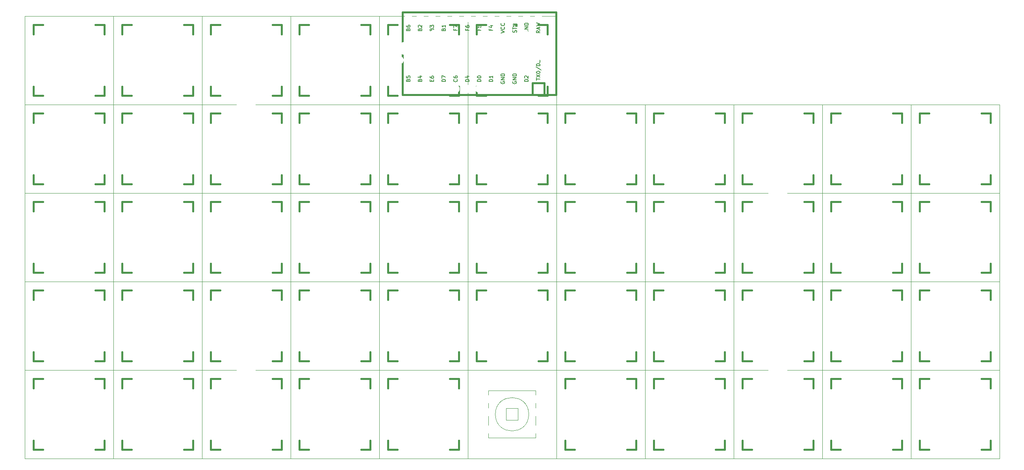
<source format=gto>
G04 #@! TF.GenerationSoftware,KiCad,Pcbnew,(5.1.10)-1*
G04 #@! TF.CreationDate,2021-10-22T01:42:52-05:00*
G04 #@! TF.ProjectId,DTM,44544d2e-6b69-4636-9164-5f7063625858,rev?*
G04 #@! TF.SameCoordinates,Original*
G04 #@! TF.FileFunction,Legend,Top*
G04 #@! TF.FilePolarity,Positive*
%FSLAX46Y46*%
G04 Gerber Fmt 4.6, Leading zero omitted, Abs format (unit mm)*
G04 Created by KiCad (PCBNEW (5.1.10)-1) date 2021-10-22 01:42:52*
%MOMM*%
%LPD*%
G01*
G04 APERTURE LIST*
%ADD10C,0.381000*%
%ADD11C,0.120000*%
%ADD12C,0.150000*%
%ADD13C,4.000000*%
%ADD14C,3.980180*%
%ADD15C,2.950000*%
%ADD16C,1.700000*%
%ADD17R,1.651000X1.651000*%
%ADD18C,1.651000*%
%ADD19C,1.800000*%
%ADD20C,1.752600*%
%ADD21R,1.752600X1.752600*%
G04 APERTURE END LIST*
D10*
X61430000Y-44380000D02*
X61430000Y-42380000D01*
X74670000Y-57620000D02*
X76670000Y-57620000D01*
X76670000Y-44380000D02*
X76670000Y-42380000D01*
X74670000Y-42380000D02*
X76670000Y-42380000D01*
X61430000Y-57620000D02*
X63430000Y-57620000D01*
X76670000Y-57620000D02*
X76670000Y-55620000D01*
X61430000Y-42380000D02*
X63430000Y-42380000D01*
X61430000Y-55620000D02*
X61430000Y-57620000D01*
D11*
X59525000Y-59525000D02*
X78575000Y-59525000D01*
X78575000Y-59525000D02*
X78575000Y-40475000D01*
X78575000Y-40475000D02*
X59525000Y-40475000D01*
X59525000Y-40475000D02*
X59525000Y-59525000D01*
D10*
X42380000Y-44380000D02*
X42380000Y-42380000D01*
X55620000Y-57620000D02*
X57620000Y-57620000D01*
X57620000Y-44380000D02*
X57620000Y-42380000D01*
X55620000Y-42380000D02*
X57620000Y-42380000D01*
X42380000Y-57620000D02*
X44380000Y-57620000D01*
X57620000Y-57620000D02*
X57620000Y-55620000D01*
X42380000Y-42380000D02*
X44380000Y-42380000D01*
X42380000Y-55620000D02*
X42380000Y-57620000D01*
D11*
X40475000Y-59525000D02*
X59525000Y-59525000D01*
X59525000Y-59525000D02*
X59525000Y-40475000D01*
X59525000Y-40475000D02*
X40475000Y-40475000D01*
X40475000Y-40475000D02*
X40475000Y-59525000D01*
D10*
X61430000Y-82480000D02*
X61430000Y-80480000D01*
X74670000Y-95720000D02*
X76670000Y-95720000D01*
X76670000Y-82480000D02*
X76670000Y-80480000D01*
X74670000Y-80480000D02*
X76670000Y-80480000D01*
X61430000Y-95720000D02*
X63430000Y-95720000D01*
X76670000Y-95720000D02*
X76670000Y-93720000D01*
X61430000Y-80480000D02*
X63430000Y-80480000D01*
X61430000Y-93720000D02*
X61430000Y-95720000D01*
D11*
X59525000Y-97625000D02*
X78575000Y-97625000D01*
X78575000Y-97625000D02*
X78575000Y-78575000D01*
X78575000Y-78575000D02*
X59525000Y-78575000D01*
X59525000Y-78575000D02*
X59525000Y-97625000D01*
D10*
X232880000Y-120580000D02*
X232880000Y-118580000D01*
X246120000Y-133820000D02*
X248120000Y-133820000D01*
X248120000Y-120580000D02*
X248120000Y-118580000D01*
X246120000Y-118580000D02*
X248120000Y-118580000D01*
X232880000Y-133820000D02*
X234880000Y-133820000D01*
X248120000Y-133820000D02*
X248120000Y-131820000D01*
X232880000Y-118580000D02*
X234880000Y-118580000D01*
X232880000Y-131820000D02*
X232880000Y-133820000D01*
D11*
X230975000Y-135725000D02*
X250025000Y-135725000D01*
X250025000Y-135725000D02*
X250025000Y-116675000D01*
X250025000Y-116675000D02*
X230975000Y-116675000D01*
X230975000Y-116675000D02*
X230975000Y-135725000D01*
D10*
X232880000Y-101530000D02*
X232880000Y-99530000D01*
X246120000Y-114770000D02*
X248120000Y-114770000D01*
X248120000Y-101530000D02*
X248120000Y-99530000D01*
X246120000Y-99530000D02*
X248120000Y-99530000D01*
X232880000Y-114770000D02*
X234880000Y-114770000D01*
X248120000Y-114770000D02*
X248120000Y-112770000D01*
X232880000Y-99530000D02*
X234880000Y-99530000D01*
X232880000Y-112770000D02*
X232880000Y-114770000D01*
D11*
X230975000Y-116675000D02*
X250025000Y-116675000D01*
X250025000Y-116675000D02*
X250025000Y-97625000D01*
X250025000Y-97625000D02*
X230975000Y-97625000D01*
X230975000Y-97625000D02*
X230975000Y-116675000D01*
D10*
X232880000Y-82480000D02*
X232880000Y-80480000D01*
X246120000Y-95720000D02*
X248120000Y-95720000D01*
X248120000Y-82480000D02*
X248120000Y-80480000D01*
X246120000Y-80480000D02*
X248120000Y-80480000D01*
X232880000Y-95720000D02*
X234880000Y-95720000D01*
X248120000Y-95720000D02*
X248120000Y-93720000D01*
X232880000Y-80480000D02*
X234880000Y-80480000D01*
X232880000Y-93720000D02*
X232880000Y-95720000D01*
D11*
X230975000Y-97625000D02*
X250025000Y-97625000D01*
X250025000Y-97625000D02*
X250025000Y-78575000D01*
X250025000Y-78575000D02*
X230975000Y-78575000D01*
X230975000Y-78575000D02*
X230975000Y-97625000D01*
D10*
X232880000Y-63430000D02*
X232880000Y-61430000D01*
X246120000Y-76670000D02*
X248120000Y-76670000D01*
X248120000Y-63430000D02*
X248120000Y-61430000D01*
X246120000Y-61430000D02*
X248120000Y-61430000D01*
X232880000Y-76670000D02*
X234880000Y-76670000D01*
X248120000Y-76670000D02*
X248120000Y-74670000D01*
X232880000Y-61430000D02*
X234880000Y-61430000D01*
X232880000Y-74670000D02*
X232880000Y-76670000D01*
D11*
X230975000Y-78575000D02*
X250025000Y-78575000D01*
X250025000Y-78575000D02*
X250025000Y-59525000D01*
X250025000Y-59525000D02*
X230975000Y-59525000D01*
X230975000Y-59525000D02*
X230975000Y-78575000D01*
D10*
X213830000Y-120580000D02*
X213830000Y-118580000D01*
X227070000Y-133820000D02*
X229070000Y-133820000D01*
X229070000Y-120580000D02*
X229070000Y-118580000D01*
X227070000Y-118580000D02*
X229070000Y-118580000D01*
X213830000Y-133820000D02*
X215830000Y-133820000D01*
X229070000Y-133820000D02*
X229070000Y-131820000D01*
X213830000Y-118580000D02*
X215830000Y-118580000D01*
X213830000Y-131820000D02*
X213830000Y-133820000D01*
D11*
X211925000Y-135725000D02*
X230975000Y-135725000D01*
X230975000Y-135725000D02*
X230975000Y-116675000D01*
X230975000Y-116675000D02*
X211925000Y-116675000D01*
X211925000Y-116675000D02*
X211925000Y-135725000D01*
D10*
X213830000Y-101530000D02*
X213830000Y-99530000D01*
X227070000Y-114770000D02*
X229070000Y-114770000D01*
X229070000Y-101530000D02*
X229070000Y-99530000D01*
X227070000Y-99530000D02*
X229070000Y-99530000D01*
X213830000Y-114770000D02*
X215830000Y-114770000D01*
X229070000Y-114770000D02*
X229070000Y-112770000D01*
X213830000Y-99530000D02*
X215830000Y-99530000D01*
X213830000Y-112770000D02*
X213830000Y-114770000D01*
D11*
X211925000Y-116675000D02*
X230975000Y-116675000D01*
X230975000Y-116675000D02*
X230975000Y-97625000D01*
X230975000Y-97625000D02*
X211925000Y-97625000D01*
X211925000Y-97625000D02*
X211925000Y-116675000D01*
D10*
X213830000Y-82480000D02*
X213830000Y-80480000D01*
X227070000Y-95720000D02*
X229070000Y-95720000D01*
X229070000Y-82480000D02*
X229070000Y-80480000D01*
X227070000Y-80480000D02*
X229070000Y-80480000D01*
X213830000Y-95720000D02*
X215830000Y-95720000D01*
X229070000Y-95720000D02*
X229070000Y-93720000D01*
X213830000Y-80480000D02*
X215830000Y-80480000D01*
X213830000Y-93720000D02*
X213830000Y-95720000D01*
D11*
X211925000Y-97625000D02*
X230975000Y-97625000D01*
X230975000Y-97625000D02*
X230975000Y-78575000D01*
X230975000Y-78575000D02*
X211925000Y-78575000D01*
X211925000Y-78575000D02*
X211925000Y-97625000D01*
D10*
X213830000Y-63430000D02*
X213830000Y-61430000D01*
X227070000Y-76670000D02*
X229070000Y-76670000D01*
X229070000Y-63430000D02*
X229070000Y-61430000D01*
X227070000Y-61430000D02*
X229070000Y-61430000D01*
X213830000Y-76670000D02*
X215830000Y-76670000D01*
X229070000Y-76670000D02*
X229070000Y-74670000D01*
X213830000Y-61430000D02*
X215830000Y-61430000D01*
X213830000Y-74670000D02*
X213830000Y-76670000D01*
D11*
X211925000Y-78575000D02*
X230975000Y-78575000D01*
X230975000Y-78575000D02*
X230975000Y-59525000D01*
X230975000Y-59525000D02*
X211925000Y-59525000D01*
X211925000Y-59525000D02*
X211925000Y-78575000D01*
D10*
X194780000Y-120580000D02*
X194780000Y-118580000D01*
X208020000Y-133820000D02*
X210020000Y-133820000D01*
X210020000Y-120580000D02*
X210020000Y-118580000D01*
X208020000Y-118580000D02*
X210020000Y-118580000D01*
X194780000Y-133820000D02*
X196780000Y-133820000D01*
X210020000Y-133820000D02*
X210020000Y-131820000D01*
X194780000Y-118580000D02*
X196780000Y-118580000D01*
X194780000Y-131820000D02*
X194780000Y-133820000D01*
D11*
X192875000Y-135725000D02*
X211925000Y-135725000D01*
X211925000Y-135725000D02*
X211925000Y-116675000D01*
X211925000Y-116675000D02*
X192875000Y-116675000D01*
X192875000Y-116675000D02*
X192875000Y-135725000D01*
D10*
X194780000Y-101530000D02*
X194780000Y-99530000D01*
X208020000Y-114770000D02*
X210020000Y-114770000D01*
X210020000Y-101530000D02*
X210020000Y-99530000D01*
X208020000Y-99530000D02*
X210020000Y-99530000D01*
X194780000Y-114770000D02*
X196780000Y-114770000D01*
X210020000Y-114770000D02*
X210020000Y-112770000D01*
X194780000Y-99530000D02*
X196780000Y-99530000D01*
X194780000Y-112770000D02*
X194780000Y-114770000D01*
D11*
X192875000Y-116675000D02*
X211925000Y-116675000D01*
X211925000Y-116675000D02*
X211925000Y-97625000D01*
X211925000Y-97625000D02*
X192875000Y-97625000D01*
X192875000Y-97625000D02*
X192875000Y-116675000D01*
D10*
X194780000Y-82480000D02*
X194780000Y-80480000D01*
X208020000Y-95720000D02*
X210020000Y-95720000D01*
X210020000Y-82480000D02*
X210020000Y-80480000D01*
X208020000Y-80480000D02*
X210020000Y-80480000D01*
X194780000Y-95720000D02*
X196780000Y-95720000D01*
X210020000Y-95720000D02*
X210020000Y-93720000D01*
X194780000Y-80480000D02*
X196780000Y-80480000D01*
X194780000Y-93720000D02*
X194780000Y-95720000D01*
D11*
X192875000Y-97625000D02*
X211925000Y-97625000D01*
X211925000Y-97625000D02*
X211925000Y-78575000D01*
X211925000Y-78575000D02*
X192875000Y-78575000D01*
X192875000Y-78575000D02*
X192875000Y-97625000D01*
D10*
X194780000Y-63430000D02*
X194780000Y-61430000D01*
X208020000Y-76670000D02*
X210020000Y-76670000D01*
X210020000Y-63430000D02*
X210020000Y-61430000D01*
X208020000Y-61430000D02*
X210020000Y-61430000D01*
X194780000Y-76670000D02*
X196780000Y-76670000D01*
X210020000Y-76670000D02*
X210020000Y-74670000D01*
X194780000Y-61430000D02*
X196780000Y-61430000D01*
X194780000Y-74670000D02*
X194780000Y-76670000D01*
D11*
X192875000Y-78575000D02*
X211925000Y-78575000D01*
X211925000Y-78575000D02*
X211925000Y-59525000D01*
X211925000Y-59525000D02*
X192875000Y-59525000D01*
X192875000Y-59525000D02*
X192875000Y-78575000D01*
D10*
X175730000Y-120580000D02*
X175730000Y-118580000D01*
X188970000Y-133820000D02*
X190970000Y-133820000D01*
X190970000Y-120580000D02*
X190970000Y-118580000D01*
X188970000Y-118580000D02*
X190970000Y-118580000D01*
X175730000Y-133820000D02*
X177730000Y-133820000D01*
X190970000Y-133820000D02*
X190970000Y-131820000D01*
X175730000Y-118580000D02*
X177730000Y-118580000D01*
X175730000Y-131820000D02*
X175730000Y-133820000D01*
D11*
X173825000Y-135725000D02*
X192875000Y-135725000D01*
X192875000Y-135725000D02*
X192875000Y-116675000D01*
X192875000Y-116675000D02*
X173825000Y-116675000D01*
X173825000Y-116675000D02*
X173825000Y-135725000D01*
D10*
X175730000Y-101530000D02*
X175730000Y-99530000D01*
X188970000Y-114770000D02*
X190970000Y-114770000D01*
X190970000Y-101530000D02*
X190970000Y-99530000D01*
X188970000Y-99530000D02*
X190970000Y-99530000D01*
X175730000Y-114770000D02*
X177730000Y-114770000D01*
X190970000Y-114770000D02*
X190970000Y-112770000D01*
X175730000Y-99530000D02*
X177730000Y-99530000D01*
X175730000Y-112770000D02*
X175730000Y-114770000D01*
D11*
X173825000Y-116675000D02*
X192875000Y-116675000D01*
X192875000Y-116675000D02*
X192875000Y-97625000D01*
X192875000Y-97625000D02*
X173825000Y-97625000D01*
X173825000Y-97625000D02*
X173825000Y-116675000D01*
D10*
X175730000Y-82480000D02*
X175730000Y-80480000D01*
X188970000Y-95720000D02*
X190970000Y-95720000D01*
X190970000Y-82480000D02*
X190970000Y-80480000D01*
X188970000Y-80480000D02*
X190970000Y-80480000D01*
X175730000Y-95720000D02*
X177730000Y-95720000D01*
X190970000Y-95720000D02*
X190970000Y-93720000D01*
X175730000Y-80480000D02*
X177730000Y-80480000D01*
X175730000Y-93720000D02*
X175730000Y-95720000D01*
D11*
X173825000Y-97625000D02*
X192875000Y-97625000D01*
X192875000Y-97625000D02*
X192875000Y-78575000D01*
X192875000Y-78575000D02*
X173825000Y-78575000D01*
X173825000Y-78575000D02*
X173825000Y-97625000D01*
D10*
X175730000Y-63430000D02*
X175730000Y-61430000D01*
X188970000Y-76670000D02*
X190970000Y-76670000D01*
X190970000Y-63430000D02*
X190970000Y-61430000D01*
X188970000Y-61430000D02*
X190970000Y-61430000D01*
X175730000Y-76670000D02*
X177730000Y-76670000D01*
X190970000Y-76670000D02*
X190970000Y-74670000D01*
X175730000Y-61430000D02*
X177730000Y-61430000D01*
X175730000Y-74670000D02*
X175730000Y-76670000D01*
D11*
X173825000Y-78575000D02*
X192875000Y-78575000D01*
X192875000Y-78575000D02*
X192875000Y-59525000D01*
X192875000Y-59525000D02*
X173825000Y-59525000D01*
X173825000Y-59525000D02*
X173825000Y-78575000D01*
D10*
X156680000Y-120580000D02*
X156680000Y-118580000D01*
X169920000Y-133820000D02*
X171920000Y-133820000D01*
X171920000Y-120580000D02*
X171920000Y-118580000D01*
X169920000Y-118580000D02*
X171920000Y-118580000D01*
X156680000Y-133820000D02*
X158680000Y-133820000D01*
X171920000Y-133820000D02*
X171920000Y-131820000D01*
X156680000Y-118580000D02*
X158680000Y-118580000D01*
X156680000Y-131820000D02*
X156680000Y-133820000D01*
D11*
X154775000Y-135725000D02*
X173825000Y-135725000D01*
X173825000Y-135725000D02*
X173825000Y-116675000D01*
X173825000Y-116675000D02*
X154775000Y-116675000D01*
X154775000Y-116675000D02*
X154775000Y-135725000D01*
D10*
X156680000Y-101530000D02*
X156680000Y-99530000D01*
X169920000Y-114770000D02*
X171920000Y-114770000D01*
X171920000Y-101530000D02*
X171920000Y-99530000D01*
X169920000Y-99530000D02*
X171920000Y-99530000D01*
X156680000Y-114770000D02*
X158680000Y-114770000D01*
X171920000Y-114770000D02*
X171920000Y-112770000D01*
X156680000Y-99530000D02*
X158680000Y-99530000D01*
X156680000Y-112770000D02*
X156680000Y-114770000D01*
D11*
X154775000Y-116675000D02*
X173825000Y-116675000D01*
X173825000Y-116675000D02*
X173825000Y-97625000D01*
X173825000Y-97625000D02*
X154775000Y-97625000D01*
X154775000Y-97625000D02*
X154775000Y-116675000D01*
D10*
X156680000Y-82480000D02*
X156680000Y-80480000D01*
X169920000Y-95720000D02*
X171920000Y-95720000D01*
X171920000Y-82480000D02*
X171920000Y-80480000D01*
X169920000Y-80480000D02*
X171920000Y-80480000D01*
X156680000Y-95720000D02*
X158680000Y-95720000D01*
X171920000Y-95720000D02*
X171920000Y-93720000D01*
X156680000Y-80480000D02*
X158680000Y-80480000D01*
X156680000Y-93720000D02*
X156680000Y-95720000D01*
D11*
X154775000Y-97625000D02*
X173825000Y-97625000D01*
X173825000Y-97625000D02*
X173825000Y-78575000D01*
X173825000Y-78575000D02*
X154775000Y-78575000D01*
X154775000Y-78575000D02*
X154775000Y-97625000D01*
D10*
X156680000Y-63430000D02*
X156680000Y-61430000D01*
X169920000Y-76670000D02*
X171920000Y-76670000D01*
X171920000Y-63430000D02*
X171920000Y-61430000D01*
X169920000Y-61430000D02*
X171920000Y-61430000D01*
X156680000Y-76670000D02*
X158680000Y-76670000D01*
X171920000Y-76670000D02*
X171920000Y-74670000D01*
X156680000Y-61430000D02*
X158680000Y-61430000D01*
X156680000Y-74670000D02*
X156680000Y-76670000D01*
D11*
X154775000Y-78575000D02*
X173825000Y-78575000D01*
X173825000Y-78575000D02*
X173825000Y-59525000D01*
X173825000Y-59525000D02*
X154775000Y-59525000D01*
X154775000Y-59525000D02*
X154775000Y-78575000D01*
D10*
X137630000Y-101530000D02*
X137630000Y-99530000D01*
X150870000Y-114770000D02*
X152870000Y-114770000D01*
X152870000Y-101530000D02*
X152870000Y-99530000D01*
X150870000Y-99530000D02*
X152870000Y-99530000D01*
X137630000Y-114770000D02*
X139630000Y-114770000D01*
X152870000Y-114770000D02*
X152870000Y-112770000D01*
X137630000Y-99530000D02*
X139630000Y-99530000D01*
X137630000Y-112770000D02*
X137630000Y-114770000D01*
D11*
X135725000Y-116675000D02*
X154775000Y-116675000D01*
X154775000Y-116675000D02*
X154775000Y-97625000D01*
X154775000Y-97625000D02*
X135725000Y-97625000D01*
X135725000Y-97625000D02*
X135725000Y-116675000D01*
D10*
X137630000Y-82480000D02*
X137630000Y-80480000D01*
X150870000Y-95720000D02*
X152870000Y-95720000D01*
X152870000Y-82480000D02*
X152870000Y-80480000D01*
X150870000Y-80480000D02*
X152870000Y-80480000D01*
X137630000Y-95720000D02*
X139630000Y-95720000D01*
X152870000Y-95720000D02*
X152870000Y-93720000D01*
X137630000Y-80480000D02*
X139630000Y-80480000D01*
X137630000Y-93720000D02*
X137630000Y-95720000D01*
D11*
X135725000Y-97625000D02*
X154775000Y-97625000D01*
X154775000Y-97625000D02*
X154775000Y-78575000D01*
X154775000Y-78575000D02*
X135725000Y-78575000D01*
X135725000Y-78575000D02*
X135725000Y-97625000D01*
D10*
X137630000Y-63430000D02*
X137630000Y-61430000D01*
X150870000Y-76670000D02*
X152870000Y-76670000D01*
X152870000Y-63430000D02*
X152870000Y-61430000D01*
X150870000Y-61430000D02*
X152870000Y-61430000D01*
X137630000Y-76670000D02*
X139630000Y-76670000D01*
X152870000Y-76670000D02*
X152870000Y-74670000D01*
X137630000Y-61430000D02*
X139630000Y-61430000D01*
X137630000Y-74670000D02*
X137630000Y-76670000D01*
D11*
X135725000Y-78575000D02*
X154775000Y-78575000D01*
X154775000Y-78575000D02*
X154775000Y-59525000D01*
X154775000Y-59525000D02*
X135725000Y-59525000D01*
X135725000Y-59525000D02*
X135725000Y-78575000D01*
D10*
X152870000Y-55620000D02*
X152870000Y-57620000D01*
X139630000Y-42380000D02*
X137630000Y-42380000D01*
X137630000Y-55620000D02*
X137630000Y-57620000D01*
X139630000Y-57620000D02*
X137630000Y-57620000D01*
X152870000Y-42380000D02*
X150870000Y-42380000D01*
X137630000Y-42380000D02*
X137630000Y-44380000D01*
X152870000Y-57620000D02*
X150870000Y-57620000D01*
X152870000Y-44380000D02*
X152870000Y-42380000D01*
D11*
X154775000Y-40475000D02*
X135725000Y-40475000D01*
X135725000Y-40475000D02*
X135725000Y-59525000D01*
X135725000Y-59525000D02*
X154775000Y-59525000D01*
X154775000Y-59525000D02*
X154775000Y-40475000D01*
D10*
X118580000Y-120580000D02*
X118580000Y-118580000D01*
X131820000Y-133820000D02*
X133820000Y-133820000D01*
X133820000Y-120580000D02*
X133820000Y-118580000D01*
X131820000Y-118580000D02*
X133820000Y-118580000D01*
X118580000Y-133820000D02*
X120580000Y-133820000D01*
X133820000Y-133820000D02*
X133820000Y-131820000D01*
X118580000Y-118580000D02*
X120580000Y-118580000D01*
X118580000Y-131820000D02*
X118580000Y-133820000D01*
D11*
X116675000Y-135725000D02*
X135725000Y-135725000D01*
X135725000Y-135725000D02*
X135725000Y-116675000D01*
X135725000Y-116675000D02*
X116675000Y-116675000D01*
X116675000Y-116675000D02*
X116675000Y-135725000D01*
D10*
X118580000Y-101530000D02*
X118580000Y-99530000D01*
X131820000Y-114770000D02*
X133820000Y-114770000D01*
X133820000Y-101530000D02*
X133820000Y-99530000D01*
X131820000Y-99530000D02*
X133820000Y-99530000D01*
X118580000Y-114770000D02*
X120580000Y-114770000D01*
X133820000Y-114770000D02*
X133820000Y-112770000D01*
X118580000Y-99530000D02*
X120580000Y-99530000D01*
X118580000Y-112770000D02*
X118580000Y-114770000D01*
D11*
X116675000Y-116675000D02*
X135725000Y-116675000D01*
X135725000Y-116675000D02*
X135725000Y-97625000D01*
X135725000Y-97625000D02*
X116675000Y-97625000D01*
X116675000Y-97625000D02*
X116675000Y-116675000D01*
D10*
X118580000Y-82480000D02*
X118580000Y-80480000D01*
X131820000Y-95720000D02*
X133820000Y-95720000D01*
X133820000Y-82480000D02*
X133820000Y-80480000D01*
X131820000Y-80480000D02*
X133820000Y-80480000D01*
X118580000Y-95720000D02*
X120580000Y-95720000D01*
X133820000Y-95720000D02*
X133820000Y-93720000D01*
X118580000Y-80480000D02*
X120580000Y-80480000D01*
X118580000Y-93720000D02*
X118580000Y-95720000D01*
D11*
X116675000Y-97625000D02*
X135725000Y-97625000D01*
X135725000Y-97625000D02*
X135725000Y-78575000D01*
X135725000Y-78575000D02*
X116675000Y-78575000D01*
X116675000Y-78575000D02*
X116675000Y-97625000D01*
D10*
X118580000Y-63430000D02*
X118580000Y-61430000D01*
X131820000Y-76670000D02*
X133820000Y-76670000D01*
X133820000Y-63430000D02*
X133820000Y-61430000D01*
X131820000Y-61430000D02*
X133820000Y-61430000D01*
X118580000Y-76670000D02*
X120580000Y-76670000D01*
X133820000Y-76670000D02*
X133820000Y-74670000D01*
X118580000Y-61430000D02*
X120580000Y-61430000D01*
X118580000Y-74670000D02*
X118580000Y-76670000D01*
D11*
X116675000Y-78575000D02*
X135725000Y-78575000D01*
X135725000Y-78575000D02*
X135725000Y-59525000D01*
X135725000Y-59525000D02*
X116675000Y-59525000D01*
X116675000Y-59525000D02*
X116675000Y-78575000D01*
D10*
X133820000Y-55620000D02*
X133820000Y-57620000D01*
X120580000Y-42380000D02*
X118580000Y-42380000D01*
X118580000Y-55620000D02*
X118580000Y-57620000D01*
X120580000Y-57620000D02*
X118580000Y-57620000D01*
X133820000Y-42380000D02*
X131820000Y-42380000D01*
X118580000Y-42380000D02*
X118580000Y-44380000D01*
X133820000Y-57620000D02*
X131820000Y-57620000D01*
X133820000Y-44380000D02*
X133820000Y-42380000D01*
D11*
X135725000Y-40475000D02*
X116675000Y-40475000D01*
X116675000Y-40475000D02*
X116675000Y-59525000D01*
X116675000Y-59525000D02*
X135725000Y-59525000D01*
X135725000Y-59525000D02*
X135725000Y-40475000D01*
D10*
X99530000Y-120580000D02*
X99530000Y-118580000D01*
X112770000Y-133820000D02*
X114770000Y-133820000D01*
X114770000Y-120580000D02*
X114770000Y-118580000D01*
X112770000Y-118580000D02*
X114770000Y-118580000D01*
X99530000Y-133820000D02*
X101530000Y-133820000D01*
X114770000Y-133820000D02*
X114770000Y-131820000D01*
X99530000Y-118580000D02*
X101530000Y-118580000D01*
X99530000Y-131820000D02*
X99530000Y-133820000D01*
D11*
X97625000Y-135725000D02*
X116675000Y-135725000D01*
X116675000Y-135725000D02*
X116675000Y-116675000D01*
X116675000Y-116675000D02*
X97625000Y-116675000D01*
X97625000Y-116675000D02*
X97625000Y-135725000D01*
D10*
X99530000Y-101530000D02*
X99530000Y-99530000D01*
X112770000Y-114770000D02*
X114770000Y-114770000D01*
X114770000Y-101530000D02*
X114770000Y-99530000D01*
X112770000Y-99530000D02*
X114770000Y-99530000D01*
X99530000Y-114770000D02*
X101530000Y-114770000D01*
X114770000Y-114770000D02*
X114770000Y-112770000D01*
X99530000Y-99530000D02*
X101530000Y-99530000D01*
X99530000Y-112770000D02*
X99530000Y-114770000D01*
D11*
X97625000Y-116675000D02*
X116675000Y-116675000D01*
X116675000Y-116675000D02*
X116675000Y-97625000D01*
X116675000Y-97625000D02*
X97625000Y-97625000D01*
X97625000Y-97625000D02*
X97625000Y-116675000D01*
D10*
X99530000Y-82480000D02*
X99530000Y-80480000D01*
X112770000Y-95720000D02*
X114770000Y-95720000D01*
X114770000Y-82480000D02*
X114770000Y-80480000D01*
X112770000Y-80480000D02*
X114770000Y-80480000D01*
X99530000Y-95720000D02*
X101530000Y-95720000D01*
X114770000Y-95720000D02*
X114770000Y-93720000D01*
X99530000Y-80480000D02*
X101530000Y-80480000D01*
X99530000Y-93720000D02*
X99530000Y-95720000D01*
D11*
X97625000Y-97625000D02*
X116675000Y-97625000D01*
X116675000Y-97625000D02*
X116675000Y-78575000D01*
X116675000Y-78575000D02*
X97625000Y-78575000D01*
X97625000Y-78575000D02*
X97625000Y-97625000D01*
D10*
X99530000Y-63430000D02*
X99530000Y-61430000D01*
X112770000Y-76670000D02*
X114770000Y-76670000D01*
X114770000Y-63430000D02*
X114770000Y-61430000D01*
X112770000Y-61430000D02*
X114770000Y-61430000D01*
X99530000Y-76670000D02*
X101530000Y-76670000D01*
X114770000Y-76670000D02*
X114770000Y-74670000D01*
X99530000Y-61430000D02*
X101530000Y-61430000D01*
X99530000Y-74670000D02*
X99530000Y-76670000D01*
D11*
X97625000Y-78575000D02*
X116675000Y-78575000D01*
X116675000Y-78575000D02*
X116675000Y-59525000D01*
X116675000Y-59525000D02*
X97625000Y-59525000D01*
X97625000Y-59525000D02*
X97625000Y-78575000D01*
D10*
X99530000Y-44380000D02*
X99530000Y-42380000D01*
X112770000Y-57620000D02*
X114770000Y-57620000D01*
X114770000Y-44380000D02*
X114770000Y-42380000D01*
X112770000Y-42380000D02*
X114770000Y-42380000D01*
X99530000Y-57620000D02*
X101530000Y-57620000D01*
X114770000Y-57620000D02*
X114770000Y-55620000D01*
X99530000Y-42380000D02*
X101530000Y-42380000D01*
X99530000Y-55620000D02*
X99530000Y-57620000D01*
D11*
X97625000Y-59525000D02*
X116675000Y-59525000D01*
X116675000Y-59525000D02*
X116675000Y-40475000D01*
X116675000Y-40475000D02*
X97625000Y-40475000D01*
X97625000Y-40475000D02*
X97625000Y-59525000D01*
D10*
X80480000Y-120580000D02*
X80480000Y-118580000D01*
X93720000Y-133820000D02*
X95720000Y-133820000D01*
X95720000Y-120580000D02*
X95720000Y-118580000D01*
X93720000Y-118580000D02*
X95720000Y-118580000D01*
X80480000Y-133820000D02*
X82480000Y-133820000D01*
X95720000Y-133820000D02*
X95720000Y-131820000D01*
X80480000Y-118580000D02*
X82480000Y-118580000D01*
X80480000Y-131820000D02*
X80480000Y-133820000D01*
D11*
X78575000Y-135725000D02*
X97625000Y-135725000D01*
X97625000Y-135725000D02*
X97625000Y-116675000D01*
X97625000Y-116675000D02*
X78575000Y-116675000D01*
X78575000Y-116675000D02*
X78575000Y-135725000D01*
D10*
X80480000Y-101530000D02*
X80480000Y-99530000D01*
X93720000Y-114770000D02*
X95720000Y-114770000D01*
X95720000Y-101530000D02*
X95720000Y-99530000D01*
X93720000Y-99530000D02*
X95720000Y-99530000D01*
X80480000Y-114770000D02*
X82480000Y-114770000D01*
X95720000Y-114770000D02*
X95720000Y-112770000D01*
X80480000Y-99530000D02*
X82480000Y-99530000D01*
X80480000Y-112770000D02*
X80480000Y-114770000D01*
D11*
X78575000Y-116675000D02*
X97625000Y-116675000D01*
X97625000Y-116675000D02*
X97625000Y-97625000D01*
X97625000Y-97625000D02*
X78575000Y-97625000D01*
X78575000Y-97625000D02*
X78575000Y-116675000D01*
D10*
X80480000Y-82480000D02*
X80480000Y-80480000D01*
X93720000Y-95720000D02*
X95720000Y-95720000D01*
X95720000Y-82480000D02*
X95720000Y-80480000D01*
X93720000Y-80480000D02*
X95720000Y-80480000D01*
X80480000Y-95720000D02*
X82480000Y-95720000D01*
X95720000Y-95720000D02*
X95720000Y-93720000D01*
X80480000Y-80480000D02*
X82480000Y-80480000D01*
X80480000Y-93720000D02*
X80480000Y-95720000D01*
D11*
X78575000Y-97625000D02*
X97625000Y-97625000D01*
X97625000Y-97625000D02*
X97625000Y-78575000D01*
X97625000Y-78575000D02*
X78575000Y-78575000D01*
X78575000Y-78575000D02*
X78575000Y-97625000D01*
D10*
X80480000Y-63430000D02*
X80480000Y-61430000D01*
X93720000Y-76670000D02*
X95720000Y-76670000D01*
X95720000Y-63430000D02*
X95720000Y-61430000D01*
X93720000Y-61430000D02*
X95720000Y-61430000D01*
X80480000Y-76670000D02*
X82480000Y-76670000D01*
X95720000Y-76670000D02*
X95720000Y-74670000D01*
X80480000Y-61430000D02*
X82480000Y-61430000D01*
X80480000Y-74670000D02*
X80480000Y-76670000D01*
D11*
X78575000Y-78575000D02*
X97625000Y-78575000D01*
X97625000Y-78575000D02*
X97625000Y-59525000D01*
X97625000Y-59525000D02*
X78575000Y-59525000D01*
X78575000Y-59525000D02*
X78575000Y-78575000D01*
D10*
X80480000Y-44380000D02*
X80480000Y-42380000D01*
X93720000Y-57620000D02*
X95720000Y-57620000D01*
X95720000Y-44380000D02*
X95720000Y-42380000D01*
X93720000Y-42380000D02*
X95720000Y-42380000D01*
X80480000Y-57620000D02*
X82480000Y-57620000D01*
X95720000Y-57620000D02*
X95720000Y-55620000D01*
X80480000Y-42380000D02*
X82480000Y-42380000D01*
X80480000Y-55620000D02*
X80480000Y-57620000D01*
D11*
X78575000Y-59525000D02*
X97625000Y-59525000D01*
X97625000Y-59525000D02*
X97625000Y-40475000D01*
X97625000Y-40475000D02*
X78575000Y-40475000D01*
X78575000Y-40475000D02*
X78575000Y-59525000D01*
D10*
X61430000Y-120580000D02*
X61430000Y-118580000D01*
X74670000Y-133820000D02*
X76670000Y-133820000D01*
X76670000Y-120580000D02*
X76670000Y-118580000D01*
X74670000Y-118580000D02*
X76670000Y-118580000D01*
X61430000Y-133820000D02*
X63430000Y-133820000D01*
X76670000Y-133820000D02*
X76670000Y-131820000D01*
X61430000Y-118580000D02*
X63430000Y-118580000D01*
X61430000Y-131820000D02*
X61430000Y-133820000D01*
D11*
X59525000Y-135725000D02*
X78575000Y-135725000D01*
X78575000Y-135725000D02*
X78575000Y-116675000D01*
X78575000Y-116675000D02*
X59525000Y-116675000D01*
X59525000Y-116675000D02*
X59525000Y-135725000D01*
D10*
X61430000Y-101530000D02*
X61430000Y-99530000D01*
X74670000Y-114770000D02*
X76670000Y-114770000D01*
X76670000Y-101530000D02*
X76670000Y-99530000D01*
X74670000Y-99530000D02*
X76670000Y-99530000D01*
X61430000Y-114770000D02*
X63430000Y-114770000D01*
X76670000Y-114770000D02*
X76670000Y-112770000D01*
X61430000Y-99530000D02*
X63430000Y-99530000D01*
X61430000Y-112770000D02*
X61430000Y-114770000D01*
D11*
X59525000Y-116675000D02*
X78575000Y-116675000D01*
X78575000Y-116675000D02*
X78575000Y-97625000D01*
X78575000Y-97625000D02*
X59525000Y-97625000D01*
X59525000Y-97625000D02*
X59525000Y-116675000D01*
D10*
X61430000Y-63430000D02*
X61430000Y-61430000D01*
X74670000Y-76670000D02*
X76670000Y-76670000D01*
X76670000Y-63430000D02*
X76670000Y-61430000D01*
X74670000Y-61430000D02*
X76670000Y-61430000D01*
X61430000Y-76670000D02*
X63430000Y-76670000D01*
X76670000Y-76670000D02*
X76670000Y-74670000D01*
X61430000Y-61430000D02*
X63430000Y-61430000D01*
X61430000Y-74670000D02*
X61430000Y-76670000D01*
D11*
X59525000Y-78575000D02*
X78575000Y-78575000D01*
X78575000Y-78575000D02*
X78575000Y-59525000D01*
X78575000Y-59525000D02*
X59525000Y-59525000D01*
X59525000Y-59525000D02*
X59525000Y-78575000D01*
D10*
X42380000Y-120580000D02*
X42380000Y-118580000D01*
X55620000Y-133820000D02*
X57620000Y-133820000D01*
X57620000Y-120580000D02*
X57620000Y-118580000D01*
X55620000Y-118580000D02*
X57620000Y-118580000D01*
X42380000Y-133820000D02*
X44380000Y-133820000D01*
X57620000Y-133820000D02*
X57620000Y-131820000D01*
X42380000Y-118580000D02*
X44380000Y-118580000D01*
X42380000Y-131820000D02*
X42380000Y-133820000D01*
D11*
X40475000Y-135725000D02*
X59525000Y-135725000D01*
X59525000Y-135725000D02*
X59525000Y-116675000D01*
X59525000Y-116675000D02*
X40475000Y-116675000D01*
X40475000Y-116675000D02*
X40475000Y-135725000D01*
D10*
X42380000Y-101530000D02*
X42380000Y-99530000D01*
X55620000Y-114770000D02*
X57620000Y-114770000D01*
X57620000Y-101530000D02*
X57620000Y-99530000D01*
X55620000Y-99530000D02*
X57620000Y-99530000D01*
X42380000Y-114770000D02*
X44380000Y-114770000D01*
X57620000Y-114770000D02*
X57620000Y-112770000D01*
X42380000Y-99530000D02*
X44380000Y-99530000D01*
X42380000Y-112770000D02*
X42380000Y-114770000D01*
D11*
X40475000Y-116675000D02*
X59525000Y-116675000D01*
X59525000Y-116675000D02*
X59525000Y-97625000D01*
X59525000Y-97625000D02*
X40475000Y-97625000D01*
X40475000Y-97625000D02*
X40475000Y-116675000D01*
D10*
X42380000Y-82480000D02*
X42380000Y-80480000D01*
X55620000Y-95720000D02*
X57620000Y-95720000D01*
X57620000Y-82480000D02*
X57620000Y-80480000D01*
X55620000Y-80480000D02*
X57620000Y-80480000D01*
X42380000Y-95720000D02*
X44380000Y-95720000D01*
X57620000Y-95720000D02*
X57620000Y-93720000D01*
X42380000Y-80480000D02*
X44380000Y-80480000D01*
X42380000Y-93720000D02*
X42380000Y-95720000D01*
D11*
X40475000Y-97625000D02*
X59525000Y-97625000D01*
X59525000Y-97625000D02*
X59525000Y-78575000D01*
X59525000Y-78575000D02*
X40475000Y-78575000D01*
X40475000Y-78575000D02*
X40475000Y-97625000D01*
D10*
X42380000Y-63430000D02*
X42380000Y-61430000D01*
X55620000Y-76670000D02*
X57620000Y-76670000D01*
X57620000Y-63430000D02*
X57620000Y-61430000D01*
X55620000Y-61430000D02*
X57620000Y-61430000D01*
X42380000Y-76670000D02*
X44380000Y-76670000D01*
X57620000Y-76670000D02*
X57620000Y-74670000D01*
X42380000Y-61430000D02*
X44380000Y-61430000D01*
X42380000Y-74670000D02*
X42380000Y-76670000D01*
D11*
X40475000Y-78575000D02*
X59525000Y-78575000D01*
X59525000Y-78575000D02*
X59525000Y-59525000D01*
X59525000Y-59525000D02*
X40475000Y-59525000D01*
X40475000Y-59525000D02*
X40475000Y-78575000D01*
X146520000Y-124930000D02*
X143980000Y-124930000D01*
X143980000Y-124930000D02*
X143980000Y-127470000D01*
X143980000Y-127470000D02*
X146520000Y-127470000D01*
X146520000Y-127470000D02*
X146520000Y-124930000D01*
X148842102Y-126200000D02*
G75*
G03*
X148842102Y-126200000I-3592102J0D01*
G01*
X150330000Y-121120000D02*
X140170000Y-121120000D01*
X140170000Y-121120000D02*
X140170000Y-131280000D01*
X140170000Y-131280000D02*
X150330000Y-131280000D01*
X150330000Y-131280000D02*
X150330000Y-121120000D01*
X154775000Y-116675000D02*
X154775000Y-135725000D01*
X154775000Y-135725000D02*
X135725000Y-135725000D01*
X135725000Y-135725000D02*
X135725000Y-116675000D01*
X135725000Y-116675000D02*
X154775000Y-116675000D01*
D10*
X149650000Y-54850000D02*
X149650000Y-57390000D01*
X152190000Y-54850000D02*
X149650000Y-54850000D01*
D12*
G36*
X145900970Y-42455365D02*
G01*
X145800970Y-42455365D01*
X145800970Y-42355365D01*
X145900970Y-42355365D01*
X145900970Y-42455365D01*
G37*
X145900970Y-42455365D02*
X145800970Y-42455365D01*
X145800970Y-42355365D01*
X145900970Y-42355365D01*
X145900970Y-42455365D01*
G36*
X146300970Y-42255365D02*
G01*
X145500970Y-42255365D01*
X145500970Y-42155365D01*
X146300970Y-42155365D01*
X146300970Y-42255365D01*
G37*
X146300970Y-42255365D02*
X145500970Y-42255365D01*
X145500970Y-42155365D01*
X146300970Y-42155365D01*
X146300970Y-42255365D01*
G36*
X145700970Y-42655365D02*
G01*
X145500970Y-42655365D01*
X145500970Y-42555365D01*
X145700970Y-42555365D01*
X145700970Y-42655365D01*
G37*
X145700970Y-42655365D02*
X145500970Y-42655365D01*
X145500970Y-42555365D01*
X145700970Y-42555365D01*
X145700970Y-42655365D01*
G36*
X146300970Y-42655365D02*
G01*
X146000970Y-42655365D01*
X146000970Y-42555365D01*
X146300970Y-42555365D01*
X146300970Y-42655365D01*
G37*
X146300970Y-42655365D02*
X146000970Y-42655365D01*
X146000970Y-42555365D01*
X146300970Y-42555365D01*
X146300970Y-42655365D01*
G36*
X146300970Y-42655365D02*
G01*
X146200970Y-42655365D01*
X146200970Y-42155365D01*
X146300970Y-42155365D01*
X146300970Y-42655365D01*
G37*
X146300970Y-42655365D02*
X146200970Y-42655365D01*
X146200970Y-42155365D01*
X146300970Y-42155365D01*
X146300970Y-42655365D01*
D10*
X121710000Y-39610000D02*
X154730000Y-39610000D01*
X121710000Y-57390000D02*
X121710000Y-39610000D01*
X154730000Y-57390000D02*
X121710000Y-57390000D01*
X154730000Y-39610000D02*
X154730000Y-57390000D01*
X152190000Y-54850000D02*
X152190000Y-57390000D01*
D12*
X146183809Y-43993333D02*
X146221904Y-43879047D01*
X146221904Y-43688571D01*
X146183809Y-43612380D01*
X146145714Y-43574285D01*
X146069523Y-43536190D01*
X145993333Y-43536190D01*
X145917142Y-43574285D01*
X145879047Y-43612380D01*
X145840952Y-43688571D01*
X145802857Y-43840952D01*
X145764761Y-43917142D01*
X145726666Y-43955238D01*
X145650476Y-43993333D01*
X145574285Y-43993333D01*
X145498095Y-43955238D01*
X145460000Y-43917142D01*
X145421904Y-43840952D01*
X145421904Y-43650476D01*
X145460000Y-43536190D01*
X145421904Y-43307619D02*
X145421904Y-42850476D01*
X146221904Y-43079047D02*
X145421904Y-43079047D01*
X150481904Y-54262348D02*
X150481904Y-53805205D01*
X151281904Y-54033776D02*
X150481904Y-54033776D01*
X150481904Y-53614729D02*
X151281904Y-53081395D01*
X150481904Y-53081395D02*
X151281904Y-53614729D01*
X150481904Y-52624252D02*
X150481904Y-52548062D01*
X150520000Y-52471872D01*
X150558095Y-52433776D01*
X150634285Y-52395681D01*
X150786666Y-52357586D01*
X150977142Y-52357586D01*
X151129523Y-52395681D01*
X151205714Y-52433776D01*
X151243809Y-52471872D01*
X151281904Y-52548062D01*
X151281904Y-52624252D01*
X151243809Y-52700443D01*
X151205714Y-52738538D01*
X151129523Y-52776633D01*
X150977142Y-52814729D01*
X150786666Y-52814729D01*
X150634285Y-52776633D01*
X150558095Y-52738538D01*
X150520000Y-52700443D01*
X150481904Y-52624252D01*
X150443809Y-51443300D02*
X151472380Y-52129014D01*
X151281904Y-51176633D02*
X150481904Y-51176633D01*
X150481904Y-50986157D01*
X150520000Y-50871872D01*
X150596190Y-50795681D01*
X150672380Y-50757586D01*
X150824761Y-50719491D01*
X150939047Y-50719491D01*
X151091428Y-50757586D01*
X151167619Y-50795681D01*
X151243809Y-50871872D01*
X151281904Y-50986157D01*
X151281904Y-51176633D01*
X150481904Y-50452824D02*
X150481904Y-49957586D01*
X150786666Y-50224252D01*
X150786666Y-50109967D01*
X150824761Y-50033776D01*
X150862857Y-49995681D01*
X150939047Y-49957586D01*
X151129523Y-49957586D01*
X151205714Y-49995681D01*
X151243809Y-50033776D01*
X151281904Y-50109967D01*
X151281904Y-50338538D01*
X151243809Y-50414729D01*
X151205714Y-50452824D01*
X125462857Y-43362809D02*
X125500952Y-43248523D01*
X125539047Y-43210428D01*
X125615238Y-43172333D01*
X125729523Y-43172333D01*
X125805714Y-43210428D01*
X125843809Y-43248523D01*
X125881904Y-43324714D01*
X125881904Y-43629476D01*
X125081904Y-43629476D01*
X125081904Y-43362809D01*
X125120000Y-43286619D01*
X125158095Y-43248523D01*
X125234285Y-43210428D01*
X125310476Y-43210428D01*
X125386666Y-43248523D01*
X125424761Y-43286619D01*
X125462857Y-43362809D01*
X125462857Y-43629476D01*
X125158095Y-42867571D02*
X125120000Y-42829476D01*
X125081904Y-42753285D01*
X125081904Y-42562809D01*
X125120000Y-42486619D01*
X125158095Y-42448523D01*
X125234285Y-42410428D01*
X125310476Y-42410428D01*
X125424761Y-42448523D01*
X125881904Y-42905666D01*
X125881904Y-42410428D01*
X133082857Y-43305666D02*
X133082857Y-43572333D01*
X133501904Y-43572333D02*
X132701904Y-43572333D01*
X132701904Y-43191380D01*
X132701904Y-42962809D02*
X132701904Y-42429476D01*
X133501904Y-42772333D01*
X135622857Y-43305666D02*
X135622857Y-43572333D01*
X136041904Y-43572333D02*
X135241904Y-43572333D01*
X135241904Y-43191380D01*
X135241904Y-42543761D02*
X135241904Y-42696142D01*
X135280000Y-42772333D01*
X135318095Y-42810428D01*
X135432380Y-42886619D01*
X135584761Y-42924714D01*
X135889523Y-42924714D01*
X135965714Y-42886619D01*
X136003809Y-42848523D01*
X136041904Y-42772333D01*
X136041904Y-42619952D01*
X136003809Y-42543761D01*
X135965714Y-42505666D01*
X135889523Y-42467571D01*
X135699047Y-42467571D01*
X135622857Y-42505666D01*
X135584761Y-42543761D01*
X135546666Y-42619952D01*
X135546666Y-42772333D01*
X135584761Y-42848523D01*
X135622857Y-42886619D01*
X135699047Y-42924714D01*
X138162857Y-43305666D02*
X138162857Y-43572333D01*
X138581904Y-43572333D02*
X137781904Y-43572333D01*
X137781904Y-43191380D01*
X137781904Y-42505666D02*
X137781904Y-42886619D01*
X138162857Y-42924714D01*
X138124761Y-42886619D01*
X138086666Y-42810428D01*
X138086666Y-42619952D01*
X138124761Y-42543761D01*
X138162857Y-42505666D01*
X138239047Y-42467571D01*
X138429523Y-42467571D01*
X138505714Y-42505666D01*
X138543809Y-42543761D01*
X138581904Y-42619952D01*
X138581904Y-42810428D01*
X138543809Y-42886619D01*
X138505714Y-42924714D01*
X151281904Y-43591380D02*
X150900952Y-43858047D01*
X151281904Y-44048523D02*
X150481904Y-44048523D01*
X150481904Y-43743761D01*
X150520000Y-43667571D01*
X150558095Y-43629476D01*
X150634285Y-43591380D01*
X150748571Y-43591380D01*
X150824761Y-43629476D01*
X150862857Y-43667571D01*
X150900952Y-43743761D01*
X150900952Y-44048523D01*
X151053333Y-43286619D02*
X151053333Y-42905666D01*
X151281904Y-43362809D02*
X150481904Y-43096142D01*
X151281904Y-42829476D01*
X150481904Y-42639000D02*
X151281904Y-42448523D01*
X150710476Y-42296142D01*
X151281904Y-42143761D01*
X150481904Y-41953285D01*
X147980000Y-43648523D02*
X147941904Y-43724714D01*
X147941904Y-43839000D01*
X147980000Y-43953285D01*
X148056190Y-44029476D01*
X148132380Y-44067571D01*
X148284761Y-44105666D01*
X148399047Y-44105666D01*
X148551428Y-44067571D01*
X148627619Y-44029476D01*
X148703809Y-43953285D01*
X148741904Y-43839000D01*
X148741904Y-43762809D01*
X148703809Y-43648523D01*
X148665714Y-43610428D01*
X148399047Y-43610428D01*
X148399047Y-43762809D01*
X148741904Y-43267571D02*
X147941904Y-43267571D01*
X148741904Y-42810428D01*
X147941904Y-42810428D01*
X148741904Y-42429476D02*
X147941904Y-42429476D01*
X147941904Y-42239000D01*
X147980000Y-42124714D01*
X148056190Y-42048523D01*
X148132380Y-42010428D01*
X148284761Y-41972333D01*
X148399047Y-41972333D01*
X148551428Y-42010428D01*
X148627619Y-42048523D01*
X148703809Y-42124714D01*
X148741904Y-42239000D01*
X148741904Y-42429476D01*
X142861904Y-44105666D02*
X143661904Y-43839000D01*
X142861904Y-43572333D01*
X143585714Y-42848523D02*
X143623809Y-42886619D01*
X143661904Y-43000904D01*
X143661904Y-43077095D01*
X143623809Y-43191380D01*
X143547619Y-43267571D01*
X143471428Y-43305666D01*
X143319047Y-43343761D01*
X143204761Y-43343761D01*
X143052380Y-43305666D01*
X142976190Y-43267571D01*
X142900000Y-43191380D01*
X142861904Y-43077095D01*
X142861904Y-43000904D01*
X142900000Y-42886619D01*
X142938095Y-42848523D01*
X143585714Y-42048523D02*
X143623809Y-42086619D01*
X143661904Y-42200904D01*
X143661904Y-42277095D01*
X143623809Y-42391380D01*
X143547619Y-42467571D01*
X143471428Y-42505666D01*
X143319047Y-42543761D01*
X143204761Y-42543761D01*
X143052380Y-42505666D01*
X142976190Y-42467571D01*
X142900000Y-42391380D01*
X142861904Y-42277095D01*
X142861904Y-42200904D01*
X142900000Y-42086619D01*
X142938095Y-42048523D01*
X140702857Y-43305666D02*
X140702857Y-43572333D01*
X141121904Y-43572333D02*
X140321904Y-43572333D01*
X140321904Y-43191380D01*
X140588571Y-42543761D02*
X141121904Y-42543761D01*
X140283809Y-42734238D02*
X140855238Y-42924714D01*
X140855238Y-42429476D01*
X130542857Y-43362809D02*
X130580952Y-43248523D01*
X130619047Y-43210428D01*
X130695238Y-43172333D01*
X130809523Y-43172333D01*
X130885714Y-43210428D01*
X130923809Y-43248523D01*
X130961904Y-43324714D01*
X130961904Y-43629476D01*
X130161904Y-43629476D01*
X130161904Y-43362809D01*
X130200000Y-43286619D01*
X130238095Y-43248523D01*
X130314285Y-43210428D01*
X130390476Y-43210428D01*
X130466666Y-43248523D01*
X130504761Y-43286619D01*
X130542857Y-43362809D01*
X130542857Y-43629476D01*
X130961904Y-42410428D02*
X130961904Y-42867571D01*
X130961904Y-42639000D02*
X130161904Y-42639000D01*
X130276190Y-42715190D01*
X130352380Y-42791380D01*
X130390476Y-42867571D01*
X128002857Y-43362809D02*
X128040952Y-43248523D01*
X128079047Y-43210428D01*
X128155238Y-43172333D01*
X128269523Y-43172333D01*
X128345714Y-43210428D01*
X128383809Y-43248523D01*
X128421904Y-43324714D01*
X128421904Y-43629476D01*
X127621904Y-43629476D01*
X127621904Y-43362809D01*
X127660000Y-43286619D01*
X127698095Y-43248523D01*
X127774285Y-43210428D01*
X127850476Y-43210428D01*
X127926666Y-43248523D01*
X127964761Y-43286619D01*
X128002857Y-43362809D01*
X128002857Y-43629476D01*
X127621904Y-42905666D02*
X127621904Y-42410428D01*
X127926666Y-42677095D01*
X127926666Y-42562809D01*
X127964761Y-42486619D01*
X128002857Y-42448523D01*
X128079047Y-42410428D01*
X128269523Y-42410428D01*
X128345714Y-42448523D01*
X128383809Y-42486619D01*
X128421904Y-42562809D01*
X128421904Y-42791380D01*
X128383809Y-42867571D01*
X128345714Y-42905666D01*
X122922857Y-43362809D02*
X122960952Y-43248523D01*
X122999047Y-43210428D01*
X123075238Y-43172333D01*
X123189523Y-43172333D01*
X123265714Y-43210428D01*
X123303809Y-43248523D01*
X123341904Y-43324714D01*
X123341904Y-43629476D01*
X122541904Y-43629476D01*
X122541904Y-43362809D01*
X122580000Y-43286619D01*
X122618095Y-43248523D01*
X122694285Y-43210428D01*
X122770476Y-43210428D01*
X122846666Y-43248523D01*
X122884761Y-43286619D01*
X122922857Y-43362809D01*
X122922857Y-43629476D01*
X122541904Y-42486619D02*
X122541904Y-42639000D01*
X122580000Y-42715190D01*
X122618095Y-42753285D01*
X122732380Y-42829476D01*
X122884761Y-42867571D01*
X123189523Y-42867571D01*
X123265714Y-42829476D01*
X123303809Y-42791380D01*
X123341904Y-42715190D01*
X123341904Y-42562809D01*
X123303809Y-42486619D01*
X123265714Y-42448523D01*
X123189523Y-42410428D01*
X122999047Y-42410428D01*
X122922857Y-42448523D01*
X122884761Y-42486619D01*
X122846666Y-42562809D01*
X122846666Y-42715190D01*
X122884761Y-42791380D01*
X122922857Y-42829476D01*
X122999047Y-42867571D01*
X122922857Y-54284809D02*
X122960952Y-54170523D01*
X122999047Y-54132428D01*
X123075238Y-54094333D01*
X123189523Y-54094333D01*
X123265714Y-54132428D01*
X123303809Y-54170523D01*
X123341904Y-54246714D01*
X123341904Y-54551476D01*
X122541904Y-54551476D01*
X122541904Y-54284809D01*
X122580000Y-54208619D01*
X122618095Y-54170523D01*
X122694285Y-54132428D01*
X122770476Y-54132428D01*
X122846666Y-54170523D01*
X122884761Y-54208619D01*
X122922857Y-54284809D01*
X122922857Y-54551476D01*
X122541904Y-53370523D02*
X122541904Y-53751476D01*
X122922857Y-53789571D01*
X122884761Y-53751476D01*
X122846666Y-53675285D01*
X122846666Y-53484809D01*
X122884761Y-53408619D01*
X122922857Y-53370523D01*
X122999047Y-53332428D01*
X123189523Y-53332428D01*
X123265714Y-53370523D01*
X123303809Y-53408619D01*
X123341904Y-53484809D01*
X123341904Y-53675285D01*
X123303809Y-53751476D01*
X123265714Y-53789571D01*
X125462857Y-54284809D02*
X125500952Y-54170523D01*
X125539047Y-54132428D01*
X125615238Y-54094333D01*
X125729523Y-54094333D01*
X125805714Y-54132428D01*
X125843809Y-54170523D01*
X125881904Y-54246714D01*
X125881904Y-54551476D01*
X125081904Y-54551476D01*
X125081904Y-54284809D01*
X125120000Y-54208619D01*
X125158095Y-54170523D01*
X125234285Y-54132428D01*
X125310476Y-54132428D01*
X125386666Y-54170523D01*
X125424761Y-54208619D01*
X125462857Y-54284809D01*
X125462857Y-54551476D01*
X125348571Y-53408619D02*
X125881904Y-53408619D01*
X125043809Y-53599095D02*
X125615238Y-53789571D01*
X125615238Y-53294333D01*
X128002857Y-54513380D02*
X128002857Y-54246714D01*
X128421904Y-54132428D02*
X128421904Y-54513380D01*
X127621904Y-54513380D01*
X127621904Y-54132428D01*
X127621904Y-53446714D02*
X127621904Y-53599095D01*
X127660000Y-53675285D01*
X127698095Y-53713380D01*
X127812380Y-53789571D01*
X127964761Y-53827666D01*
X128269523Y-53827666D01*
X128345714Y-53789571D01*
X128383809Y-53751476D01*
X128421904Y-53675285D01*
X128421904Y-53522904D01*
X128383809Y-53446714D01*
X128345714Y-53408619D01*
X128269523Y-53370523D01*
X128079047Y-53370523D01*
X128002857Y-53408619D01*
X127964761Y-53446714D01*
X127926666Y-53522904D01*
X127926666Y-53675285D01*
X127964761Y-53751476D01*
X128002857Y-53789571D01*
X128079047Y-53827666D01*
X130961904Y-54551476D02*
X130161904Y-54551476D01*
X130161904Y-54361000D01*
X130200000Y-54246714D01*
X130276190Y-54170523D01*
X130352380Y-54132428D01*
X130504761Y-54094333D01*
X130619047Y-54094333D01*
X130771428Y-54132428D01*
X130847619Y-54170523D01*
X130923809Y-54246714D01*
X130961904Y-54361000D01*
X130961904Y-54551476D01*
X130161904Y-53827666D02*
X130161904Y-53294333D01*
X130961904Y-53637190D01*
X133425714Y-54094333D02*
X133463809Y-54132428D01*
X133501904Y-54246714D01*
X133501904Y-54322904D01*
X133463809Y-54437190D01*
X133387619Y-54513380D01*
X133311428Y-54551476D01*
X133159047Y-54589571D01*
X133044761Y-54589571D01*
X132892380Y-54551476D01*
X132816190Y-54513380D01*
X132740000Y-54437190D01*
X132701904Y-54322904D01*
X132701904Y-54246714D01*
X132740000Y-54132428D01*
X132778095Y-54094333D01*
X132701904Y-53408619D02*
X132701904Y-53561000D01*
X132740000Y-53637190D01*
X132778095Y-53675285D01*
X132892380Y-53751476D01*
X133044761Y-53789571D01*
X133349523Y-53789571D01*
X133425714Y-53751476D01*
X133463809Y-53713380D01*
X133501904Y-53637190D01*
X133501904Y-53484809D01*
X133463809Y-53408619D01*
X133425714Y-53370523D01*
X133349523Y-53332428D01*
X133159047Y-53332428D01*
X133082857Y-53370523D01*
X133044761Y-53408619D01*
X133006666Y-53484809D01*
X133006666Y-53637190D01*
X133044761Y-53713380D01*
X133082857Y-53751476D01*
X133159047Y-53789571D01*
X136041904Y-54551476D02*
X135241904Y-54551476D01*
X135241904Y-54361000D01*
X135280000Y-54246714D01*
X135356190Y-54170523D01*
X135432380Y-54132428D01*
X135584761Y-54094333D01*
X135699047Y-54094333D01*
X135851428Y-54132428D01*
X135927619Y-54170523D01*
X136003809Y-54246714D01*
X136041904Y-54361000D01*
X136041904Y-54551476D01*
X135508571Y-53408619D02*
X136041904Y-53408619D01*
X135203809Y-53599095D02*
X135775238Y-53789571D01*
X135775238Y-53294333D01*
X145440000Y-54570523D02*
X145401904Y-54646714D01*
X145401904Y-54761000D01*
X145440000Y-54875285D01*
X145516190Y-54951476D01*
X145592380Y-54989571D01*
X145744761Y-55027666D01*
X145859047Y-55027666D01*
X146011428Y-54989571D01*
X146087619Y-54951476D01*
X146163809Y-54875285D01*
X146201904Y-54761000D01*
X146201904Y-54684809D01*
X146163809Y-54570523D01*
X146125714Y-54532428D01*
X145859047Y-54532428D01*
X145859047Y-54684809D01*
X146201904Y-54189571D02*
X145401904Y-54189571D01*
X146201904Y-53732428D01*
X145401904Y-53732428D01*
X146201904Y-53351476D02*
X145401904Y-53351476D01*
X145401904Y-53161000D01*
X145440000Y-53046714D01*
X145516190Y-52970523D01*
X145592380Y-52932428D01*
X145744761Y-52894333D01*
X145859047Y-52894333D01*
X146011428Y-52932428D01*
X146087619Y-52970523D01*
X146163809Y-53046714D01*
X146201904Y-53161000D01*
X146201904Y-53351476D01*
X142900000Y-54570523D02*
X142861904Y-54646714D01*
X142861904Y-54761000D01*
X142900000Y-54875285D01*
X142976190Y-54951476D01*
X143052380Y-54989571D01*
X143204761Y-55027666D01*
X143319047Y-55027666D01*
X143471428Y-54989571D01*
X143547619Y-54951476D01*
X143623809Y-54875285D01*
X143661904Y-54761000D01*
X143661904Y-54684809D01*
X143623809Y-54570523D01*
X143585714Y-54532428D01*
X143319047Y-54532428D01*
X143319047Y-54684809D01*
X143661904Y-54189571D02*
X142861904Y-54189571D01*
X143661904Y-53732428D01*
X142861904Y-53732428D01*
X143661904Y-53351476D02*
X142861904Y-53351476D01*
X142861904Y-53161000D01*
X142900000Y-53046714D01*
X142976190Y-52970523D01*
X143052380Y-52932428D01*
X143204761Y-52894333D01*
X143319047Y-52894333D01*
X143471428Y-52932428D01*
X143547619Y-52970523D01*
X143623809Y-53046714D01*
X143661904Y-53161000D01*
X143661904Y-53351476D01*
X141121904Y-54551476D02*
X140321904Y-54551476D01*
X140321904Y-54361000D01*
X140360000Y-54246714D01*
X140436190Y-54170523D01*
X140512380Y-54132428D01*
X140664761Y-54094333D01*
X140779047Y-54094333D01*
X140931428Y-54132428D01*
X141007619Y-54170523D01*
X141083809Y-54246714D01*
X141121904Y-54361000D01*
X141121904Y-54551476D01*
X141121904Y-53332428D02*
X141121904Y-53789571D01*
X141121904Y-53561000D02*
X140321904Y-53561000D01*
X140436190Y-53637190D01*
X140512380Y-53713380D01*
X140550476Y-53789571D01*
X138581904Y-54551476D02*
X137781904Y-54551476D01*
X137781904Y-54361000D01*
X137820000Y-54246714D01*
X137896190Y-54170523D01*
X137972380Y-54132428D01*
X138124761Y-54094333D01*
X138239047Y-54094333D01*
X138391428Y-54132428D01*
X138467619Y-54170523D01*
X138543809Y-54246714D01*
X138581904Y-54361000D01*
X138581904Y-54551476D01*
X137781904Y-53599095D02*
X137781904Y-53522904D01*
X137820000Y-53446714D01*
X137858095Y-53408619D01*
X137934285Y-53370523D01*
X138086666Y-53332428D01*
X138277142Y-53332428D01*
X138429523Y-53370523D01*
X138505714Y-53408619D01*
X138543809Y-53446714D01*
X138581904Y-53522904D01*
X138581904Y-53599095D01*
X138543809Y-53675285D01*
X138505714Y-53713380D01*
X138429523Y-53751476D01*
X138277142Y-53789571D01*
X138086666Y-53789571D01*
X137934285Y-53751476D01*
X137858095Y-53713380D01*
X137820000Y-53675285D01*
X137781904Y-53599095D01*
X148741904Y-54551476D02*
X147941904Y-54551476D01*
X147941904Y-54361000D01*
X147980000Y-54246714D01*
X148056190Y-54170523D01*
X148132380Y-54132428D01*
X148284761Y-54094333D01*
X148399047Y-54094333D01*
X148551428Y-54132428D01*
X148627619Y-54170523D01*
X148703809Y-54246714D01*
X148741904Y-54361000D01*
X148741904Y-54551476D01*
X148018095Y-53789571D02*
X147980000Y-53751476D01*
X147941904Y-53675285D01*
X147941904Y-53484809D01*
X147980000Y-53408619D01*
X148018095Y-53370523D01*
X148094285Y-53332428D01*
X148170476Y-53332428D01*
X148284761Y-53370523D01*
X148741904Y-53827666D01*
X148741904Y-53332428D01*
%LPC*%
D13*
X88100000Y-59525000D03*
X202400000Y-116675000D03*
X88100000Y-116675000D03*
X202400000Y-78575000D03*
D14*
X69050000Y-50000000D03*
D15*
X66510000Y-55080000D03*
X72860000Y-52540000D03*
D16*
X63970000Y-50000000D03*
X74130000Y-50000000D03*
D17*
X236690000Y-122200000D03*
D18*
X244310000Y-122200000D03*
D17*
X236690000Y-103150000D03*
D18*
X244310000Y-103150000D03*
D17*
X236690000Y-84100000D03*
D18*
X244310000Y-84100000D03*
D17*
X236690000Y-65050000D03*
D18*
X244310000Y-65050000D03*
D17*
X217640000Y-122200000D03*
D18*
X225260000Y-122200000D03*
D17*
X217640000Y-103150000D03*
D18*
X225260000Y-103150000D03*
D17*
X217640000Y-84100000D03*
D18*
X225260000Y-84100000D03*
D17*
X217640000Y-65050000D03*
D18*
X225260000Y-65050000D03*
D17*
X198590000Y-122200000D03*
D18*
X206210000Y-122200000D03*
D17*
X198590000Y-103150000D03*
D18*
X206210000Y-103150000D03*
D17*
X198590000Y-84100000D03*
D18*
X206210000Y-84100000D03*
D17*
X198590000Y-65050000D03*
D18*
X206210000Y-65050000D03*
D17*
X179540000Y-122200000D03*
D18*
X187160000Y-122200000D03*
D17*
X179540000Y-103150000D03*
D18*
X187160000Y-103150000D03*
D17*
X179540000Y-84100000D03*
D18*
X187160000Y-84100000D03*
D17*
X179540000Y-65050000D03*
D18*
X187160000Y-65050000D03*
D17*
X160490000Y-122200000D03*
D18*
X168110000Y-122200000D03*
D17*
X160490000Y-103150000D03*
D18*
X168110000Y-103150000D03*
D17*
X160490000Y-84100000D03*
D18*
X168110000Y-84100000D03*
D17*
X160490000Y-65050000D03*
D18*
X168110000Y-65050000D03*
D17*
X141600000Y-119750000D03*
D18*
X149220000Y-119750000D03*
D17*
X141440000Y-103150000D03*
D18*
X149060000Y-103150000D03*
D17*
X141440000Y-84100000D03*
D18*
X149060000Y-84100000D03*
D17*
X141440000Y-65050000D03*
D18*
X149060000Y-65050000D03*
D17*
X149060000Y-62000000D03*
D18*
X141440000Y-62000000D03*
D17*
X122390000Y-122200000D03*
D18*
X130010000Y-122200000D03*
D17*
X122390000Y-103150000D03*
D18*
X130010000Y-103150000D03*
D17*
X122390000Y-84100000D03*
D18*
X130010000Y-84100000D03*
D17*
X122390000Y-65050000D03*
D18*
X130010000Y-65050000D03*
D17*
X130010000Y-62000000D03*
D18*
X122390000Y-62000000D03*
D17*
X103340000Y-122200000D03*
D18*
X110960000Y-122200000D03*
D17*
X103340000Y-103150000D03*
D18*
X110960000Y-103150000D03*
D17*
X103340000Y-84100000D03*
D18*
X110960000Y-84100000D03*
D17*
X103340000Y-65050000D03*
D18*
X110960000Y-65050000D03*
D17*
X103340000Y-46000000D03*
D18*
X110960000Y-46000000D03*
D17*
X84290000Y-122200000D03*
D18*
X91910000Y-122200000D03*
D17*
X84290000Y-103150000D03*
D18*
X91910000Y-103150000D03*
D17*
X84290000Y-84100000D03*
D18*
X91910000Y-84100000D03*
D17*
X84290000Y-65050000D03*
D18*
X91910000Y-65050000D03*
D17*
X84290000Y-46000000D03*
D18*
X91910000Y-46000000D03*
D17*
X65240000Y-122200000D03*
D18*
X72860000Y-122200000D03*
D17*
X65240000Y-103150000D03*
D18*
X72860000Y-103150000D03*
D17*
X65240000Y-84100000D03*
D18*
X72860000Y-84100000D03*
D17*
X65240000Y-65050000D03*
D18*
X72860000Y-65050000D03*
D17*
X65240000Y-46000000D03*
D18*
X72860000Y-46000000D03*
D17*
X46190000Y-122200000D03*
D18*
X53810000Y-122200000D03*
D17*
X46190000Y-103150000D03*
D18*
X53810000Y-103150000D03*
D17*
X46190000Y-84100000D03*
D18*
X53810000Y-84100000D03*
D17*
X46190000Y-65050000D03*
D18*
X53810000Y-65050000D03*
D17*
X46190000Y-46000000D03*
D18*
X53810000Y-46000000D03*
D14*
X50000000Y-50000000D03*
D15*
X47460000Y-55080000D03*
X53810000Y-52540000D03*
D16*
X44920000Y-50000000D03*
X55080000Y-50000000D03*
D14*
X69050000Y-88100000D03*
D15*
X66510000Y-93180000D03*
X72860000Y-90640000D03*
D16*
X63970000Y-88100000D03*
X74130000Y-88100000D03*
D14*
X240500000Y-126200000D03*
D15*
X237960000Y-131280000D03*
X244310000Y-128740000D03*
D16*
X235420000Y-126200000D03*
X245580000Y-126200000D03*
D14*
X240500000Y-107150000D03*
D15*
X237960000Y-112230000D03*
X244310000Y-109690000D03*
D16*
X235420000Y-107150000D03*
X245580000Y-107150000D03*
D14*
X240500000Y-88100000D03*
D15*
X237960000Y-93180000D03*
X244310000Y-90640000D03*
D16*
X235420000Y-88100000D03*
X245580000Y-88100000D03*
D14*
X240500000Y-69050000D03*
D15*
X237960000Y-74130000D03*
X244310000Y-71590000D03*
D16*
X235420000Y-69050000D03*
X245580000Y-69050000D03*
D14*
X221450000Y-126200000D03*
D15*
X218910000Y-131280000D03*
X225260000Y-128740000D03*
D16*
X216370000Y-126200000D03*
X226530000Y-126200000D03*
D14*
X221450000Y-107150000D03*
D15*
X218910000Y-112230000D03*
X225260000Y-109690000D03*
D16*
X216370000Y-107150000D03*
X226530000Y-107150000D03*
D14*
X221450000Y-88100000D03*
D15*
X218910000Y-93180000D03*
X225260000Y-90640000D03*
D16*
X216370000Y-88100000D03*
X226530000Y-88100000D03*
D14*
X221450000Y-69050000D03*
D15*
X218910000Y-74130000D03*
X225260000Y-71590000D03*
D16*
X216370000Y-69050000D03*
X226530000Y-69050000D03*
D14*
X202400000Y-126200000D03*
D15*
X199860000Y-131280000D03*
X206210000Y-128740000D03*
D16*
X197320000Y-126200000D03*
X207480000Y-126200000D03*
D14*
X202400000Y-107150000D03*
D15*
X199860000Y-112230000D03*
X206210000Y-109690000D03*
D16*
X197320000Y-107150000D03*
X207480000Y-107150000D03*
D14*
X202400000Y-88100000D03*
D15*
X199860000Y-93180000D03*
X206210000Y-90640000D03*
D16*
X197320000Y-88100000D03*
X207480000Y-88100000D03*
D14*
X202400000Y-69050000D03*
D15*
X199860000Y-74130000D03*
X206210000Y-71590000D03*
D16*
X197320000Y-69050000D03*
X207480000Y-69050000D03*
D14*
X183350000Y-126200000D03*
D15*
X180810000Y-131280000D03*
X187160000Y-128740000D03*
D16*
X178270000Y-126200000D03*
X188430000Y-126200000D03*
D14*
X183350000Y-107150000D03*
D15*
X180810000Y-112230000D03*
X187160000Y-109690000D03*
D16*
X178270000Y-107150000D03*
X188430000Y-107150000D03*
D14*
X183350000Y-88100000D03*
D15*
X180810000Y-93180000D03*
X187160000Y-90640000D03*
D16*
X178270000Y-88100000D03*
X188430000Y-88100000D03*
D14*
X183350000Y-69050000D03*
D15*
X180810000Y-74130000D03*
X187160000Y-71590000D03*
D16*
X178270000Y-69050000D03*
X188430000Y-69050000D03*
D14*
X164300000Y-126200000D03*
D15*
X161760000Y-131280000D03*
X168110000Y-128740000D03*
D16*
X159220000Y-126200000D03*
X169380000Y-126200000D03*
D14*
X164300000Y-107150000D03*
D15*
X161760000Y-112230000D03*
X168110000Y-109690000D03*
D16*
X159220000Y-107150000D03*
X169380000Y-107150000D03*
D14*
X164300000Y-88100000D03*
D15*
X161760000Y-93180000D03*
X168110000Y-90640000D03*
D16*
X159220000Y-88100000D03*
X169380000Y-88100000D03*
D14*
X164300000Y-69050000D03*
D15*
X161760000Y-74130000D03*
X168110000Y-71590000D03*
D16*
X159220000Y-69050000D03*
X169380000Y-69050000D03*
D14*
X145250000Y-107150000D03*
D15*
X142710000Y-112230000D03*
X149060000Y-109690000D03*
D16*
X140170000Y-107150000D03*
X150330000Y-107150000D03*
D14*
X145250000Y-88100000D03*
D15*
X142710000Y-93180000D03*
X149060000Y-90640000D03*
D16*
X140170000Y-88100000D03*
X150330000Y-88100000D03*
D14*
X145250000Y-69050000D03*
D15*
X142710000Y-74130000D03*
X149060000Y-71590000D03*
D16*
X140170000Y-69050000D03*
X150330000Y-69050000D03*
D14*
X145250000Y-50000000D03*
D15*
X147790000Y-44920000D03*
X141440000Y-47460000D03*
D16*
X150330000Y-50000000D03*
X140170000Y-50000000D03*
D14*
X126200000Y-126200000D03*
D15*
X123660000Y-131280000D03*
X130010000Y-128740000D03*
D16*
X121120000Y-126200000D03*
X131280000Y-126200000D03*
D14*
X126200000Y-107150000D03*
D15*
X123660000Y-112230000D03*
X130010000Y-109690000D03*
D16*
X121120000Y-107150000D03*
X131280000Y-107150000D03*
D14*
X126200000Y-88100000D03*
D15*
X123660000Y-93180000D03*
X130010000Y-90640000D03*
D16*
X121120000Y-88100000D03*
X131280000Y-88100000D03*
D14*
X126200000Y-69050000D03*
D15*
X123660000Y-74130000D03*
X130010000Y-71590000D03*
D16*
X121120000Y-69050000D03*
X131280000Y-69050000D03*
D14*
X126200000Y-50000000D03*
D15*
X128740000Y-44920000D03*
X122390000Y-47460000D03*
D16*
X131280000Y-50000000D03*
X121120000Y-50000000D03*
D14*
X107150000Y-126200000D03*
D15*
X104610000Y-131280000D03*
X110960000Y-128740000D03*
D16*
X102070000Y-126200000D03*
X112230000Y-126200000D03*
D14*
X107150000Y-107150000D03*
D15*
X104610000Y-112230000D03*
X110960000Y-109690000D03*
D16*
X102070000Y-107150000D03*
X112230000Y-107150000D03*
D14*
X107150000Y-88100000D03*
D15*
X104610000Y-93180000D03*
X110960000Y-90640000D03*
D16*
X102070000Y-88100000D03*
X112230000Y-88100000D03*
D14*
X107150000Y-69050000D03*
D15*
X104610000Y-74130000D03*
X110960000Y-71590000D03*
D16*
X102070000Y-69050000D03*
X112230000Y-69050000D03*
D14*
X107150000Y-50000000D03*
D15*
X104610000Y-55080000D03*
X110960000Y-52540000D03*
D16*
X102070000Y-50000000D03*
X112230000Y-50000000D03*
D14*
X88100000Y-126200000D03*
D15*
X85560000Y-131280000D03*
X91910000Y-128740000D03*
D16*
X83020000Y-126200000D03*
X93180000Y-126200000D03*
D14*
X88100000Y-107150000D03*
D15*
X85560000Y-112230000D03*
X91910000Y-109690000D03*
D16*
X83020000Y-107150000D03*
X93180000Y-107150000D03*
D14*
X88100000Y-88100000D03*
D15*
X85560000Y-93180000D03*
X91910000Y-90640000D03*
D16*
X83020000Y-88100000D03*
X93180000Y-88100000D03*
D14*
X88100000Y-69050000D03*
D15*
X85560000Y-74130000D03*
X91910000Y-71590000D03*
D16*
X83020000Y-69050000D03*
X93180000Y-69050000D03*
D14*
X88100000Y-50000000D03*
D15*
X85560000Y-55080000D03*
X91910000Y-52540000D03*
D16*
X83020000Y-50000000D03*
X93180000Y-50000000D03*
D14*
X69050000Y-126200000D03*
D15*
X66510000Y-131280000D03*
X72860000Y-128740000D03*
D16*
X63970000Y-126200000D03*
X74130000Y-126200000D03*
D14*
X69050000Y-107150000D03*
D15*
X66510000Y-112230000D03*
X72860000Y-109690000D03*
D16*
X63970000Y-107150000D03*
X74130000Y-107150000D03*
D14*
X69050000Y-69050000D03*
D15*
X66510000Y-74130000D03*
X72860000Y-71590000D03*
D16*
X63970000Y-69050000D03*
X74130000Y-69050000D03*
D14*
X50000000Y-126200000D03*
D15*
X47460000Y-131280000D03*
X53810000Y-128740000D03*
D16*
X44920000Y-126200000D03*
X55080000Y-126200000D03*
D14*
X50000000Y-107150000D03*
D15*
X47460000Y-112230000D03*
X53810000Y-109690000D03*
D16*
X44920000Y-107150000D03*
X55080000Y-107150000D03*
D14*
X50000000Y-88100000D03*
D15*
X47460000Y-93180000D03*
X53810000Y-90640000D03*
D16*
X44920000Y-88100000D03*
X55080000Y-88100000D03*
D14*
X50000000Y-69050000D03*
D15*
X47460000Y-74130000D03*
X53810000Y-71590000D03*
D16*
X44920000Y-69050000D03*
X55080000Y-69050000D03*
D19*
X140100000Y-125750000D03*
X150400000Y-125750000D03*
X150400000Y-129450000D03*
X150400000Y-122950000D03*
X140100000Y-129450000D03*
X140100000Y-122950000D03*
D20*
X150920000Y-40880000D03*
X122980000Y-56120000D03*
X148380000Y-40880000D03*
X145840000Y-40880000D03*
X143300000Y-40880000D03*
X140760000Y-40880000D03*
X138220000Y-40880000D03*
X135680000Y-40880000D03*
X133140000Y-40880000D03*
X130600000Y-40880000D03*
X128060000Y-40880000D03*
X125520000Y-40880000D03*
X122980000Y-40880000D03*
X125520000Y-56120000D03*
X128060000Y-56120000D03*
X130600000Y-56120000D03*
X133140000Y-56120000D03*
X135680000Y-56120000D03*
X138220000Y-56120000D03*
X140760000Y-56120000D03*
X143300000Y-56120000D03*
X145840000Y-56120000D03*
X148380000Y-56120000D03*
D21*
X150920000Y-56120000D03*
M02*

</source>
